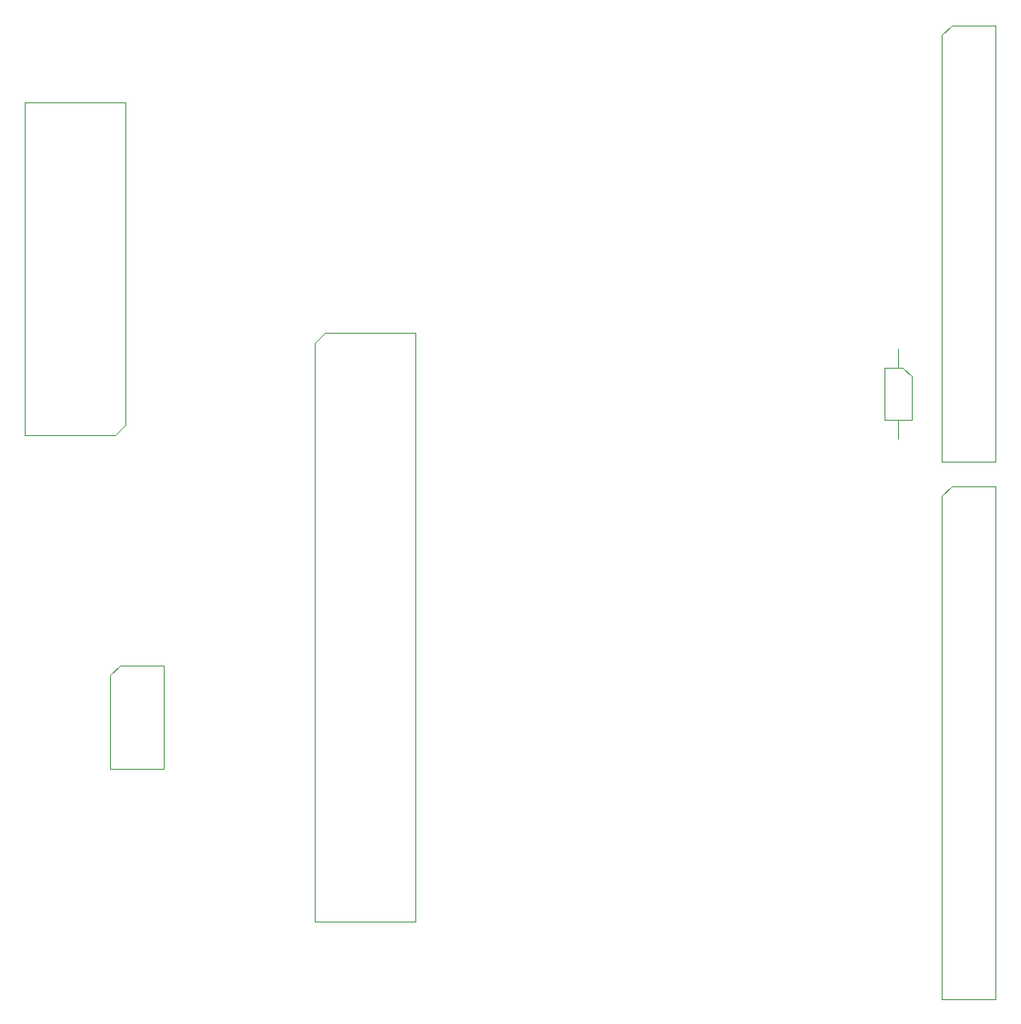
<source format=gbr>
G04 DipTrace 4.3.0.5*
G04 TopAssembly.gbr*
%MOMM*%
G04 #@! TF.FileFunction,Drawing,Top*
G04 #@! TF.Part,Single*
%ADD13C,0.12*%
%FSLAX35Y35*%
G04*
G71*
G90*
G75*
G01*
G04 TopAssy*
%LPD*%
X-1214500Y1434750D2*
D13*
X-1034500D1*
X-944500Y1344750D1*
Y914750D1*
X-1214500D1*
Y1434750D1*
X-1079500Y1619250D2*
Y1434750D1*
Y914750D2*
Y730250D1*
X-651000Y159000D2*
X-551000Y259000D1*
X-111000D1*
Y-4831000D1*
X-651000D1*
Y159000D1*
Y4731000D2*
X-551000Y4831000D1*
X-111000D1*
Y503000D1*
X-651000D1*
Y4731000D1*
X-6870500Y1678000D2*
X-6770500Y1778000D1*
X-5872500D1*
Y-4064000D1*
X-6870500D1*
Y1678000D1*
X-8750500Y862000D2*
X-8850500Y762000D1*
X-9748500D1*
Y4064000D1*
X-8750500D1*
Y862000D1*
X-8906000Y-1619000D2*
X-8806000Y-1519000D1*
X-8366000D1*
Y-2545000D1*
X-8906000D1*
Y-1619000D1*
M02*

</source>
